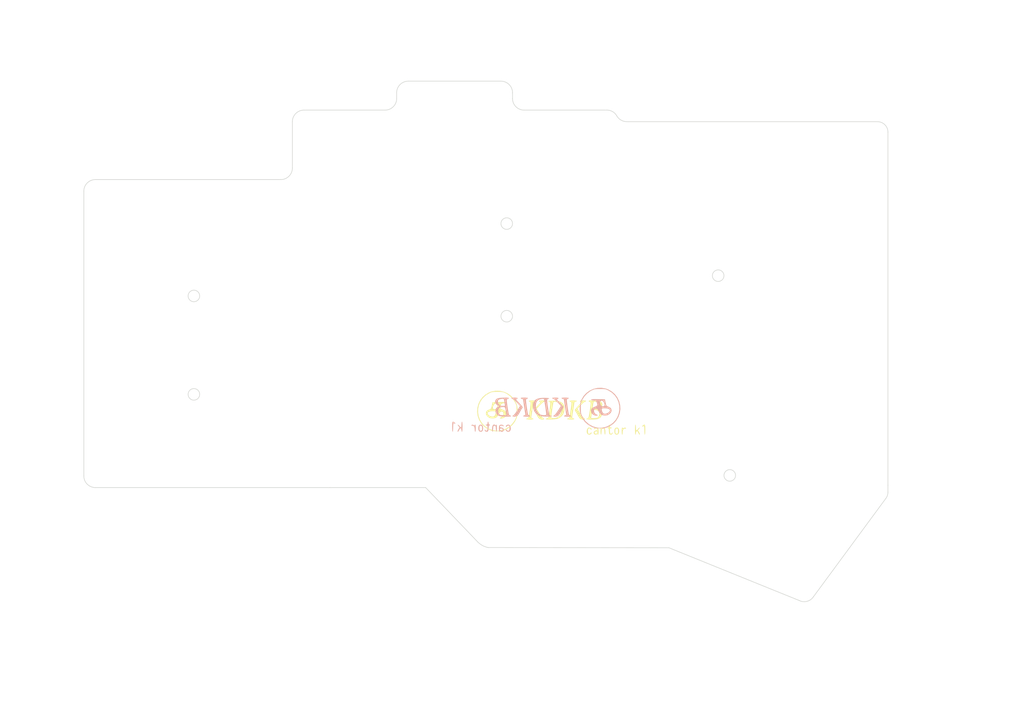
<source format=kicad_pcb>
(kicad_pcb (version 20240108) (generator "pcbnew") (generator_version "8.0")
  (title_block (rev "rev1.0"))
  (layers (0 "F.Cu" signal) (31 "B.Cu" signal) (34 "B.Paste" user) (35 "F.Paste" user) (36 "B.SilkS" user "B.Silkscreen") (37 "F.SilkS" user "F.Silkscreen") (38 "B.Mask" user) (39 "F.Mask" user) (44 "Edge.Cuts" user))
  (net 0 "")
  (net 1 "GND")
  (footprint "kdkb_tools:KBKD_cantor" (layer "F.Cu") (at 152 100.5)
    (property "Reference" "G***" (hide yes))
    (property "Value" "LOGO" (hide yes))
    (fp_poly (pts (xy 8.864859 2.27862) (xy 8.903217 2.469849) (xy 8.917941 2.800609) (xy 8.919732 3.090333) (xy 8.912017 3.497257) (xy 8.890334 3.793288) (xy 8.856875 3.955479) (xy 8.834782 3.979333) (xy 8.794078 3.899407) (xy 8.765042 3.678158) (xy 8.750773 3.343383) (xy 8.749832 3.217333) (xy 8.737644 2.79723) (xy 8.700636 2.542629) (xy 8.638141 2.451418) (xy 8.549494 2.521486) (xy 8.536601 2.541381) (xy 8.430366 2.586195) (xy 8.392607 2.571599) (xy 8.382109 2.487157) (xy 8.504665 2.360434) (xy 8.675914 2.24208) (xy 8.792535 2.208753)) (fill solid) (layer "F.SilkS"))
    (fp_poly (pts (xy 5.006318 2.747643) (xy 5.033621 2.815167) (xy 5.090963 2.875216) (xy 5.20945 2.80575) (xy 5.209518 2.805694) (xy 5.371521 2.738154) (xy 5.527737 2.759346) (xy 5.60594 2.857433) (xy 5.606689 2.870782) (xy 5.534073 2.925681) (xy 5.37906 2.936939) (xy 5.207842 2.96892) (xy 5.097812 3.108108) (xy 5.038223 3.376222) (xy 5.020508 3.661833) (xy 4.995028 3.866052) (xy 4.942478 3.974172) (xy 4.92709 3.979333) (xy 4.884286 3.900541) (xy 4.854451 3.687255) (xy 4.84222 3.374111) (xy 4.84214 3.344333) (xy 4.855428 3.009995) (xy 4.891255 2.787949) (xy 4.943569 2.694923)) (fill solid) (layer "F.SilkS"))
    (fp_poly (pts (xy -0.585696 2.757403) (xy -0.411538 2.872303) (xy -0.3398 3.008645) (xy -0.383371 3.120438) (xy -0.47498 3.103029) (xy -0.542706 2.999728) (xy -0.661783 2.900416) (xy -0.785406 2.893895) (xy -0.900208 2.929972) (xy -0.957234 3.026104) (xy -0.975872 3.227895) (xy -0.976923 3.344333) (xy -0.967953 3.599364) (xy -0.928113 3.731052) (xy -0.838016 3.785002) (xy -0.785406 3.794771) (xy -0.606213 3.764019) (xy -0.542706 3.688938) (xy -0.454601 3.571358) (xy -0.368233 3.580946) (xy -0.3398 3.680021) (xy -0.412965 3.817778) (xy -0.58785 3.932201) (xy -0.795371 3.979333) (xy -0.954879 3.92334) (xy -1.055805 3.846286) (xy -1.171065 3.63967) (xy -1.201032 3.375176) (xy -1.157063 3.102375) (xy -1.050513 2.870839) (xy -0.892737 2.730142) (xy -0.795371 2.709333)) (fill solid) (layer "F.SilkS"))
    (fp_poly (pts (xy 1.81315 2.743758) (xy 1.942824 2.921018) (xy 2.021735 3.215916) (xy 2.038796 3.477381) (xy 2.022478 3.795406) (xy 1.982365 3.950104) (xy 1.931719 3.943404) (xy 1.883801 3.777234) (xy 1.851874 3.453524) (xy 1.851712 3.450167) (xy 1.833298 3.161194) (xy 1.801504 3.002612) (xy 1.738863 2.935529) (xy 1.627906 2.921052) (xy 1.614047 2.921) (xy 1.497523 2.932468) (xy 1.430994 2.992803) (xy 1.396993 3.140896) (xy 1.378052 3.415641) (xy 1.376381 3.450167) (xy 1.346743 3.777599) (xy 1.303641 3.942891) (xy 1.256949 3.951628) (xy 1.216544 3.809398) (xy 1.192302 3.521788) (xy 1.189297 3.344333) (xy 1.199838 3.024373) (xy 1.228371 2.801359) (xy 1.270263 2.709927) (xy 1.274247 2.709333) (xy 1.35392 2.775769) (xy 1.359197 2.810933) (xy 1.384271 2.869838) (xy 1.461137 2.810933) (xy 1.647619 2.701331)) (fill solid) (layer "F.SilkS"))
    (fp_poly (pts (xy 4.218305 2.783883) (xy 4.363658 2.996182) (xy 4.417313 3.329206) (xy 4.417391 3.344333) (xy 4.367525 3.6817) (xy 4.225519 3.899003) (xy 4.00276 3.979217) (xy 3.992642 3.979333) (xy 3.80571 3.922071) (xy 3.701385 3.846286) (xy 3.607188 3.6587) (xy 3.594423 3.564332) (xy 3.749823 3.564332) (xy 3.810572 3.741415) (xy 3.945371 3.799177) (xy 4.0135 3.794771) (xy 4.128301 3.758694) (xy 4.185327 3.662562) (xy 4.203965 3.460771) (xy 4.205016 3.344333) (xy 4.198131 3.093089) (xy 4.162991 2.967749) (xy 4.077873 2.92501) (xy 3.992642 2.921) (xy 3.851308 2.943544) (xy 3.782691 3.043016) (xy 3.753369 3.247403) (xy 3.749823 3.564332) (xy 3.594423 3.564332) (xy 3.568127 3.369938) (xy 3.567893 3.344333) (xy 3.617759 3.006966) (xy 3.759765 2.789664) (xy 3.982524 2.70945) (xy 3.992642 2.709333)) (fill solid) (layer "F.SilkS"))
    (fp_poly (pts (xy 7.265985 2.278453) (xy 7.296662 2.479916) (xy 7.305685 2.709333) (xy 7.317615 2.97725) (xy 7.348621 3.161325) (xy 7.384478 3.217333) (xy 7.48197 3.156283) (xy 7.628941 3.003952) (xy 7.677314 2.944748) (xy 7.823054 2.789276) (xy 7.93146 2.726722) (xy 7.952814 2.733416) (xy 7.94368 2.829169) (xy 7.839003 2.980247) (xy 7.824817 2.99566) (xy 7.635363 3.196652) (xy 7.810006 3.482159) (xy 7.922871 3.691741) (xy 7.982293 3.850962) (xy 7.984966 3.8735) (xy 7.955581 3.975191) (xy 7.876366 3.932952) (xy 7.762339 3.759366) (xy 7.700629 3.635203) (xy 7.591417 3.429116) (xy 7.506233 3.359182) (xy 7.424542 3.393754) (xy 7.336822 3.545982) (xy 7.305685 3.7357) (xy 7.280117 3.909509) (xy 7.220735 3.979333) (xy 7.181851 3.898595) (xy 7.153564 3.671677) (xy 7.138065 3.321529) (xy 7.135786 3.090333) (xy 7.143501 2.683409) (xy 7.165184 2.387378) (xy 7.198643 2.225188) (xy 7.220735 2.201333)) (fill solid) (layer "F.SilkS"))
    (fp_poly (pts (xy 2.77804 2.274906) (xy 2.803338 2.452173) (xy 2.803344 2.455333) (xy 2.830044 2.641253) (xy 2.929386 2.706713) (xy 2.973244 2.709333) (xy 3.111285 2.744789) (xy 3.143144 2.794) (xy 3.071994 2.86279) (xy 2.973244 2.878667) (xy 2.871586 2.90081) (xy 2.820733 2.994916) (xy 2.80413 3.202498) (xy 2.803344 3.304657) (xy 2.834197 3.604636) (xy 2.918009 3.773202) (xy 3.041657 3.797773) (xy 3.186998 3.672452) (xy 3.277733 3.573201) (xy 3.308693 3.613044) (xy 3.310341 3.6449) (xy 3.240735 3.838856) (xy 3.067689 3.963452) (xy 2.973244 3.979333) (xy 2.794872 3.922847) (xy 2.735384 3.877733) (xy 2.677408 3.739771) (xy 2.640481 3.497823) (xy 2.633445 3.3274) (xy 2.621202 3.052361) (xy 2.578456 2.913497) (xy 2.50602 2.878667) (xy 2.392971 2.832949) (xy 2.378595 2.794) (xy 2.447401 2.718885) (xy 2.50602 2.709333) (xy 2.607183 2.633605) (xy 2.633445 2.455333) (xy 2.658051 2.276991) (xy 2.717337 2.201353) (xy 2.718394 2.201333)) (fill solid) (layer "F.SilkS"))
    (fp_poly (pts (xy -10.224754 -1.939457) (xy -10.028218 -1.913349) (xy -9.958177 -1.865295) (xy -9.959943 -1.8415) (xy -10.062988 -1.745486) (xy -10.179397 -1.708612) (xy -10.326172 -1.6647) (xy -10.365851 -1.623945) (xy -10.378738 -1.524413) (xy -10.412991 -1.287668) (xy -10.464146 -0.943862) (xy -10.527736 -0.523144) (xy -10.566667 -0.268103) (xy -10.765512 1.030128) (xy -10.564696 1.121321) (xy -10.397776 1.219349) (xy -10.392128 1.289989) (xy -10.549864 1.33437) (xy -10.873094 1.353622) (xy -11.001004 1.354667) (xy -11.314253 1.344428) (xy -11.538844 1.317023) (xy -11.6367 1.277413) (xy -11.638127 1.271613) (xy -11.566279 1.190346) (xy -11.435352 1.137835) (xy -11.342753 1.101627) (xy -11.274522 1.026489) (xy -11.219314 0.881184) (xy -11.165786 0.634472) (xy -11.102594 0.255115) (xy -11.093306 0.195889) (xy -11.028041 -0.23758) (xy -10.967376 -0.668286) (xy -10.92019 -1.031944) (xy -10.903036 -1.181651) (xy -10.879801 -1.45799) (xy -10.891242 -1.610785) (xy -10.948079 -1.684135) (xy -11.032707 -1.715058) (xy -11.176231 -1.788982) (xy -11.213378 -1.85474) (xy -11.131394 -1.906513) (xy -10.895352 -1.938038) (xy -10.569175 -1.947333)) (fill solid) (layer "F.SilkS"))
    (fp_poly (pts (xy -3.173918 -1.939457) (xy -2.977382 -1.913349) (xy -2.907341 -1.865295) (xy -2.909107 -1.8415) (xy -3.012152 -1.745486) (xy -3.128561 -1.708612) (xy -3.275335 -1.6647) (xy -3.315015 -1.623945) (xy -3.327902 -1.524413) (xy -3.362155 -1.287668) (xy -3.41331 -0.943862) (xy -3.4769 -0.523144) (xy -3.515831 -0.268103) (xy -3.714676 1.030128) (xy -3.51386 1.121321) (xy -3.34694 1.219349) (xy -3.341292 1.289989) (xy -3.499028 1.33437) (xy -3.822258 1.353622) (xy -3.950168 1.354667) (xy -4.263417 1.344428) (xy -4.488008 1.317023) (xy -4.585864 1.277413) (xy -4.587291 1.271613) (xy -4.515443 1.190346) (xy -4.384516 1.137835) (xy -4.291917 1.101627) (xy -4.223686 1.026489) (xy -4.168478 0.881184) (xy -4.11495 0.634472) (xy -4.051758 0.255115) (xy -4.04247 0.195889) (xy -3.977205 -0.23758) (xy -3.91654 -0.668286) (xy -3.869354 -1.031944) (xy -3.8522 -1.181651) (xy -3.828965 -1.45799) (xy -3.840406 -1.610785) (xy -3.897243 -1.684135) (xy -3.981871 -1.715058) (xy -4.125395 -1.788982) (xy -4.162542 -1.85474) (xy -4.080558 -1.906513) (xy -3.844516 -1.938038) (xy -3.518339 -1.947333)) (fill solid) (layer "F.SilkS"))
    (fp_poly (pts (xy 0.602851 2.757479) (xy 0.685183 2.796979) (xy 0.77721 2.874874) (xy 0.827579 3.013011) (xy 0.847478 3.254619) (xy 0.849498 3.431979) (xy 0.837436 3.718384) (xy 0.805514 3.914341) (xy 0.764548 3.979333) (xy 0.684875 3.912897) (xy 0.679598 3.877733) (xy 0.654524 3.818829) (xy 0.577659 3.877733) (xy 0.410819 3.968701) (xy 0.339799 3.979333) (xy 0.161428 3.922847) (xy 0.101939 3.877733) (xy -0.004801 3.678667) (xy 0.012477 3.573795) (xy 0.181878 3.573795) (xy 0.204467 3.692993) (xy 0.313143 3.794017) (xy 0.471297 3.78916) (xy 0.611496 3.695407) (xy 0.664269 3.577167) (xy 0.652189 3.433824) (xy 0.528659 3.387998) (xy 0.478146 3.386667) (xy 0.262286 3.43599) (xy 0.181878 3.573795) (xy 0.012477 3.573795) (xy 0.028496 3.476566) (xy 0.177524 3.311346) (xy 0.417976 3.222919) (xy 0.504114 3.217333) (xy 0.644683 3.161755) (xy 0.673538 3.041199) (xy 0.582514 2.924935) (xy 0.540921 2.90498) (xy 0.362885 2.9043) (xy 0.235324 2.955837) (xy 0.07269 3.018594) (xy 0.007387 2.979407) (xy 0.070029 2.872601) (xy 0.122557 2.829411) (xy 0.359887 2.718811)) (fill solid) (layer "F.SilkS"))
    (fp_poly (pts (xy -8.55374 -1.937724) (xy -8.385344 -1.90608) (xy -8.344077 -1.848181) (xy -8.345896 -1.8415) (xy -8.449039 -1.745008) (xy -8.562523 -1.708981) (xy -8.697623 -1.637437) (xy -8.90855 -1.467849) (xy -9.159882 -1.230153) (xy -9.292373 -1.092168) (xy -9.840568 -0.502041) (xy -9.464095 0.108813) (xy -9.186911 0.533198) (xy -8.937407 0.86636) (xy -8.7313 1.089422) (xy -8.584308 1.183508) (xy -8.567719 1.185333) (xy -8.523708 1.237628) (xy -8.537458 1.27) (xy -8.669596 1.342759) (xy -8.894109 1.357705) (xy -9.146003 1.320843) (xy -9.36028 1.238181) (xy -9.426962 1.187794) (xy -9.553214 1.024636) (xy -9.713147 0.768162) (xy -9.847995 0.520212) (xy -10.000956 0.238272) (xy -10.146161 0.003827) (xy -10.240059 -0.118497) (xy -10.301632 -0.1988) (xy -10.301185 -0.288232) (xy -10.223179 -0.420908) (xy -10.052071 -0.630941) (xy -9.955971 -0.742082) (xy -9.723627 -1.003185) (xy -9.510571 -1.232501) (xy -9.360648 -1.382914) (xy -9.354001 -1.388956) (xy -9.202943 -1.559342) (xy -9.195341 -1.663983) (xy -9.302007 -1.693333) (xy -9.414631 -1.761106) (xy -9.429432 -1.820333) (xy -9.392908 -1.89118) (xy -9.26225 -1.930762) (xy -9.00583 -1.946263) (xy -8.870179 -1.947333)) (fill solid) (layer "F.SilkS"))
    (fp_poly (pts (xy -1.502904 -1.937724) (xy -1.334508 -1.90608) (xy -1.293241 -1.848181) (xy -1.29506 -1.8415) (xy -1.398203 -1.745008) (xy -1.511687 -1.708981) (xy -1.646787 -1.637437) (xy -1.857714 -1.467849) (xy -2.109046 -1.230153) (xy -2.241537 -1.092168) (xy -2.789732 -0.502041) (xy -2.413259 0.108813) (xy -2.136075 0.533198) (xy -1.886571 0.86636) (xy -1.680464 1.089422) (xy -1.533472 1.183508) (xy -1.516883 1.185333) (xy -1.472872 1.237628) (xy -1.486622 1.27) (xy -1.61876 1.342759) (xy -1.843273 1.357705) (xy -2.095166 1.320843) (xy -2.309444 1.238181) (xy -2.376126 1.187794) (xy -2.502378 1.024636) (xy -2.662311 0.768162) (xy -2.797159 0.520212) (xy -2.95012 0.238272) (xy -3.095324 0.003827) (xy -3.189223 -0.118497) (xy -3.250795 -0.1988) (xy -3.250349 -0.288232) (xy -3.172343 -0.420908) (xy -3.001235 -0.630941) (xy -2.905134 -0.742082) (xy -2.672791 -1.003185) (xy -2.459735 -1.232501) (xy -2.309812 -1.382914) (xy -2.303165 -1.388956) (xy -2.152107 -1.559342) (xy -2.144505 -1.663983) (xy -2.251171 -1.693333) (xy -2.363795 -1.761106) (xy -2.378596 -1.820333) (xy -2.342072 -1.89118) (xy -2.211414 -1.930762) (xy -1.954994 -1.946263) (xy -1.819343 -1.947333)) (fill solid) (layer "F.SilkS"))
    (fp_poly (pts (xy -6.287453 -1.86383) (xy -5.795441 -1.75184) (xy -5.435128 -1.557702) (xy -5.194264 -1.273654) (xy -5.060602 -0.891935) (xy -5.033827 -0.704192) (xy -5.051393 -0.128313) (xy -5.216794 0.374978) (xy -5.523281 0.792657) (xy -5.964108 1.111697) (xy -5.978412 1.119132) (xy -6.187643 1.207491) (xy -6.437314 1.268274) (xy -6.769315 1.308542) (xy -7.225536 1.335354) (xy -7.273097 1.337307) (xy -7.738882 1.34772) (xy -8.067364 1.336957) (xy -8.245487 1.305675) (xy -8.271999 1.28711) (xy -8.239998 1.209895) (xy -8.079992 1.145191) (xy -8.070976 1.143162) (xy -7.892207 1.087848) (xy -7.814577 1.031792) (xy -7.814485 1.030439) (xy -7.801857 0.929864) (xy -7.796625 0.893644) (xy -7.305686 0.893644) (xy -7.290318 1.018799) (xy -7.214685 1.079823) (xy -7.034494 1.099368) (xy -6.900849 1.100667) (xy -6.559223 1.062713) (xy -6.247945 0.96622) (xy -6.204302 0.944742) (xy -5.896908 0.686633) (xy -5.677054 0.296771) (xy -5.554042 -0.206289) (xy -5.53671 -0.387208) (xy -5.556415 -0.883404) (xy -5.688602 -1.256406) (xy -5.935603 -1.511944) (xy -6.012712 -1.556682) (xy -6.224981 -1.635072) (xy -6.483973 -1.691116) (xy -6.726982 -1.71589) (xy -6.8913 -1.700471) (xy -6.917219 -1.685395) (xy -6.945424 -1.589262) (xy -6.989992 -1.36115) (xy -7.045507 -1.037014) (xy -7.106553 -0.652813) (xy -7.167715 -0.244501) (xy -7.223576 0.151963) (xy -7.26872 0.500624) (xy -7.297731 0.765524) (xy -7.305686 0.893644) (xy -7.796625 0.893644) (xy -7.767959 0.695175) (xy -7.717704 0.359569) (xy -7.656005 -0.043759) (xy -7.644585 -0.117615) (xy -7.561875 -0.664784) (xy -7.508108 -1.067688) (xy -7.483598 -1.348976) (xy -7.488661 -1.531295) (xy -7.523612 -1.637293) (xy -7.588766 -1.689617) (xy -7.666723 -1.708612) (xy -7.798214 -1.760027) (xy -7.815385 -1.820333) (xy -7.715723 -1.857366) (xy -7.480338 -1.884873) (xy -7.143285 -1.899758) (xy -6.923412 -1.90143)) (fill solid) (layer "F.SilkS"))
    (fp_poly (pts (xy -16.150132 -3.60915) (xy -15.456788 -3.441349) (xy -14.811713 -3.142841) (xy -14.237701 -2.725675) (xy -13.75755 -2.2019) (xy -13.394056 -1.583568) (xy -13.253496 -1.212001) (xy -13.098208 -0.449206) (xy -13.100688 0.297503) (xy -13.252837 1.00865) (xy -13.546554 1.664756) (xy -13.97374 2.246347) (xy -14.526296 2.733944) (xy -15.015471 3.024941) (xy -15.330509 3.174173) (xy -15.582348 3.269601) (xy -15.830291 3.324739) (xy -16.133639 3.353104) (xy -16.517782 3.367308) (xy -16.938273 3.373007) (xy -17.243986 3.358465) (xy -17.489558 3.316236) (xy -17.729624 3.238875) (xy -17.867926 3.183333) (xy -18.477974 2.880631) (xy -18.964205 2.523986) (xy -19.371417 2.080265) (xy -19.387175 2.059603) (xy -19.778512 1.414727) (xy -20.018642 0.732603) (xy -20.09908 0.144878) (xy -19.942594 0.144878) (xy -19.836749 0.777956) (xy -19.615949 1.381634) (xy -19.282271 1.936342) (xy -18.837794 2.422509) (xy -18.284596 2.820563) (xy -17.624754 3.110934) (xy -17.372241 3.182703) (xy -16.894535 3.27394) (xy -16.466938 3.284489) (xy -15.992271 3.216091) (xy -15.953513 3.20813) (xy -15.27133 2.982784) (xy -14.640511 2.614196) (xy -14.092641 2.127305) (xy -13.659305 1.547049) (xy -13.522319 1.288463) (xy -13.419169 1.051652) (xy -13.352649 0.836476) (xy -13.31494 0.594307) (xy -13.298219 0.276517) (xy -13.294649 -0.127) (xy -13.298258 -0.551261) (xy -13.314705 -0.854852) (xy -13.352419 -1.086379) (xy -13.419831 -1.294448) (xy -13.525371 -1.527666) (xy -13.54428 -1.566333) (xy -13.900233 -2.126343) (xy -14.376478 -2.636779) (xy -14.92341 -3.048199) (xy -15.163545 -3.180201) (xy -15.405225 -3.291578) (xy -15.614622 -3.363739) (xy -15.840505 -3.405087) (xy -16.131644 -3.424023) (xy -16.536807 -3.42895) (xy -16.607693 -3.429) (xy -17.031172 -3.425629) (xy -17.333046 -3.40984) (xy -17.561563 -3.37312) (xy -17.764971 -3.306956) (xy -17.991519 -3.202835) (xy -18.047245 -3.175) (xy -18.674766 -2.776517) (xy -19.174865 -2.290007) (xy -19.54962 -1.735042) (xy -19.801107 -1.131192) (xy -19.931406 -0.498028) (xy -19.942594 0.144878) (xy -20.09908 0.144878) (xy -20.114261 0.033961) (xy -20.072063 -0.660469) (xy -19.898741 -1.329956) (xy -19.600992 -1.953769) (xy -19.185508 -2.511177) (xy -18.658984 -2.981451) (xy -18.028114 -3.34386) (xy -17.590435 -3.504428) (xy -16.868946 -3.634192)) (fill solid) (layer "F.SilkS"))
    (fp_poly (pts (xy -0.329481 -1.94509) (xy 0.076618 -1.931054) (xy 0.558997 -1.90237) (xy 0.899839 -1.859555) (xy 1.127226 -1.798162) (xy 1.222092 -1.749774) (xy 1.437353 -1.524733) (xy 1.511697 -1.250857) (xy 1.449182 -0.967607) (xy 1.253864 -0.714447) (xy 1.104913 -0.609912) (xy 0.910236 -0.475806) (xy 0.856338 -0.38098) (xy 0.949825 -0.339437) (xy 0.976923 -0.338667) (xy 1.186793 -0.261324) (xy 1.348502 -0.055742) (xy 1.435873 0.238409) (xy 1.444147 0.369454) (xy 1.367984 0.743052) (xy 1.146825 1.036436) (xy 0.791666 1.236492) (xy 0.690349 1.268434) (xy 0.472711 1.307188) (xy 0.168639 1.334161) (xy -0.18215 1.34929) (xy -0.539942 1.352511) (xy -0.865021 1.343758) (xy -1.117673 1.322968) (xy -1.258183 1.290076) (xy -1.274248 1.271613) (xy -1.202409 1.190306) (xy -1.071839 1.137927) (xy -0.989363 1.106927) (xy -0.983102 1.100667) (xy -0.43516 1.100667) (xy 0.030322 1.100667) (xy 0.317456 1.09141) (xy 0.548246 1.067691) (xy 0.633317 1.048073) (xy 0.810994 0.900428) (xy 0.938798 0.647609) (xy 0.991425 0.351995) (xy 0.979382 0.194954) (xy 0.900497 -0.029195) (xy 0.733866 -0.171243) (xy 0.623449 -0.222818) (xy 0.346977 -0.301249) (xy 0.078342 -0.323772) (xy 0.058414 -0.322224) (xy -0.068474 -0.301638) (xy -0.158592 -0.24982) (xy -0.224351 -0.137754) (xy -0.278164 0.063581) (xy -0.332442 0.383202) (xy -0.378159 0.6985) (xy -0.43516 1.100667) (xy -0.983102 1.100667) (xy -0.92569 1.043262) (xy -0.872228 0.919844) (xy -0.820386 0.709582) (xy -0.761574 0.385384) (xy -0.688705 -0.070186) (xy -0.621932 -0.508) (xy -0.189191 -0.508) (xy 0.20659 -0.508) (xy 0.504915 -0.534636) (xy 0.714754 -0.631831) (xy 0.810884 -0.715818) (xy 0.986993 -0.996471) (xy 1.019398 -1.220839) (xy 0.992875 -1.433411) (xy 0.891596 -1.572192) (xy 0.68299 -1.662327) (xy 0.36777 -1.723986) (xy 0.196826 -1.747757) (xy 0.082848 -1.73801) (xy 0.008579 -1.666745) (xy -0.043241 -1.505964) (xy -0.089869 -1.227666) (xy -0.133853 -0.910167) (xy -0.189191 -0.508) (xy -0.621932 -0.508) (xy -0.603124 -0.631323) (xy -0.546466 -1.047025) (xy -0.518609 -1.338695) (xy -0.519435 -1.527739) (xy -0.548824 -1.635562) (xy -0.606654 -1.683568) (xy -0.679599 -1.693333) (xy -0.821333 -1.750731) (xy -0.849499 -1.831209) (xy -0.831297 -1.891487) (xy -0.757627 -1.928504) (xy -0.599888 -1.945344)) (fill solid) (layer "F.SilkS"))
    (fp_poly (pts (xy -15.40021 -1.677276) (xy -15.184176 -1.661823) (xy -15.076308 -1.6332) (xy -15.056105 -1.589938) (xy -15.056126 -1.589873) (xy -15.157998 -1.518042) (xy -15.378695 -1.467073) (xy -15.495136 -1.455601) (xy -15.747326 -1.427624) (xy -15.89006 -1.361783) (xy -15.983773 -1.221793) (xy -16.019432 -1.140821) (xy -16.125535 -0.8376) (xy -16.124662 -0.637618) (xy -16.000954 -0.50119) (xy -15.73855 -0.388633) (xy -15.715765 -0.381015) (xy -15.331486 -0.197167) (xy -15.104545 0.045815) (xy -15.036763 0.344243) (xy -15.129963 0.69443) (xy -15.157175 0.749721) (xy -15.379982 1.004328) (xy -15.710389 1.15421) (xy -15.974566 1.185333) (xy -16.172718 1.161073) (xy -16.209576 1.096936) (xy -16.085263 1.005887) (xy -15.97243 0.95795) (xy -15.755849 0.815438) (xy -15.617177 0.607278) (xy -15.559988 0.375483) (xy -15.587856 0.162065) (xy -15.704355 0.009036) (xy -15.887329 -0.042333) (xy -16.037077 -0.005221) (xy -16.173692 0.128296) (xy -16.318611 0.366031) (xy -16.536724 0.729652) (xy -16.739597 0.961699) (xy -16.964132 1.091762) (xy -17.247237 1.149427) (xy -17.30144 1.153985) (xy -17.594614 1.153739) (xy -17.850934 1.118106) (xy -17.924415 1.095048) (xy -18.22553 0.915037) (xy -18.461034 0.673579) (xy -18.590743 0.41666) (xy -18.604014 0.31726) (xy -18.584222 0.180163) (xy -18.298506 0.180163) (xy -18.291245 0.368853) (xy -18.273387 0.406251) (xy -18.08946 0.613302) (xy -17.82178 0.764776) (xy -17.529177 0.840201) (xy -17.270484 0.819109) (xy -17.193821 0.78187) (xy -17.041808 0.603516) (xy -16.934211 0.339566) (xy -16.905017 0.132566) (xy -16.914266 0.015055) (xy -16.967839 -0.049967) (xy -17.104477 -0.078005) (xy -17.36292 -0.084566) (xy -17.44778 -0.084667) (xy -17.865869 -0.05308) (xy -18.153079 0.037357) (xy -18.298506 0.180163) (xy -18.584222 0.180163) (xy -18.561523 0.022936) (xy -18.414102 -0.185037) (xy -18.131829 -0.345049) (xy -18.068123 -0.370302) (xy -17.869415 -0.452697) (xy -17.747884 -0.541837) (xy -17.717717 -0.59801) (xy -17.382162 -0.59801) (xy -17.317609 -0.49872) (xy -17.06923 -0.428341) (xy -16.834685 -0.511086) (xy -16.790602 -0.549463) (xy -16.682311 -0.720899) (xy -16.604584 -0.945441) (xy -16.586131 -1.164046) (xy -16.665924 -1.301084) (xy -16.698828 -1.327311) (xy -16.864753 -1.423417) (xy -16.99403 -1.402924) (xy -17.152329 -1.258559) (xy -17.300454 -1.039782) (xy -17.381101 -0.801044) (xy -17.382162 -0.59801) (xy -17.717717 -0.59801) (xy -17.671675 -0.683745) (xy -17.608934 -0.924447) (xy -17.575655 -1.08183) (xy -17.457191 -1.651) (xy -16.238783 -1.674539) (xy -15.744911 -1.681025)) (fill solid) (layer "F.SilkS"))
  )
  (footprint "kdkb_tools:KBKD_cantor" (layer "B.Cu") (at 136.5 100 180)
    (property "Reference" "G***" (hide yes))
    (property "Value" "LOGO" (hide yes))
    (fp_poly (pts (xy 8.864859 -2.27862) (xy 8.903217 -2.469849) (xy 8.917941 -2.800609) (xy 8.919732 -3.090333) (xy 8.912017 -3.497257) (xy 8.890334 -3.793288) (xy 8.856875 -3.955479) (xy 8.834782 -3.979333) (xy 8.794078 -3.899407) (xy 8.765042 -3.678158) (xy 8.750773 -3.343383) (xy 8.749832 -3.217333) (xy 8.737644 -2.79723) (xy 8.700636 -2.542629) (xy 8.638141 -2.451418) (xy 8.549494 -2.521486) (xy 8.536601 -2.541381) (xy 8.430366 -2.586195) (xy 8.392607 -2.571599) (xy 8.382109 -2.487157) (xy 8.504665 -2.360434) (xy 8.675914 -2.24208) (xy 8.792535 -2.208753)) (fill solid) (layer "B.SilkS"))
    (fp_poly (pts (xy 5.006318 -2.747643) (xy 5.033621 -2.815167) (xy 5.090963 -2.875216) (xy 5.20945 -2.80575) (xy 5.209518 -2.805694) (xy 5.371521 -2.738154) (xy 5.527737 -2.759346) (xy 5.60594 -2.857433) (xy 5.606689 -2.870782) (xy 5.534073 -2.925681) (xy 5.37906 -2.936939) (xy 5.207842 -2.96892) (xy 5.097812 -3.108108) (xy 5.038223 -3.376222) (xy 5.020508 -3.661833) (xy 4.995028 -3.866052) (xy 4.942478 -3.974172) (xy 4.92709 -3.979333) (xy 4.884286 -3.900541) (xy 4.854451 -3.687255) (xy 4.84222 -3.374111) (xy 4.84214 -3.344333) (xy 4.855428 -3.009995) (xy 4.891255 -2.787949) (xy 4.943569 -2.694923)) (fill solid) (layer "B.SilkS"))
    (fp_poly (pts (xy -0.585696 -2.757403) (xy -0.411538 -2.872303) (xy -0.3398 -3.008645) (xy -0.383371 -3.120438) (xy -0.47498 -3.103029) (xy -0.542706 -2.999728) (xy -0.661783 -2.900416) (xy -0.785406 -2.893895) (xy -0.900208 -2.929972) (xy -0.957234 -3.026104) (xy -0.975872 -3.227895) (xy -0.976923 -3.344333) (xy -0.967953 -3.599364) (xy -0.928113 -3.731052) (xy -0.838016 -3.785002) (xy -0.785406 -3.794771) (xy -0.606213 -3.764019) (xy -0.542706 -3.688938) (xy -0.454601 -3.571358) (xy -0.368233 -3.580946) (xy -0.3398 -3.680021) (xy -0.412965 -3.817778) (xy -0.58785 -3.932201) (xy -0.795371 -3.979333) (xy -0.954879 -3.92334) (xy -1.055805 -3.846286) (xy -1.171065 -3.63967) (xy -1.201032 -3.375176) (xy -1.157063 -3.102375) (xy -1.050513 -2.870839) (xy -0.892737 -2.730142) (xy -0.795371 -2.709333)) (fill solid) (layer "B.SilkS"))
    (fp_poly (pts (xy 4.218305 -2.783883) (xy 4.363658 -2.996182) (xy 4.417313 -3.329206) (xy 4.417391 -3.344333) (xy 4.367525 -3.6817) (xy 4.225519 -3.899003) (xy 4.00276 -3.979217) (xy 3.992642 -3.979333) (xy 3.80571 -3.922071) (xy 3.701385 -3.846286) (xy 3.607188 -3.6587) (xy 3.594423 -3.564332) (xy 3.749823 -3.564332) (xy 3.810572 -3.741415) (xy 3.945371 -3.799177) (xy 4.0135 -3.794771) (xy 4.128301 -3.758694) (xy 4.185327 -3.662562) (xy 4.203965 -3.460771) (xy 4.205016 -3.344333) (xy 4.198131 -3.093089) (xy 4.162991 -2.967749) (xy 4.077873 -2.92501) (xy 3.992642 -2.921) (xy 3.851308 -2.943544) (xy 3.782691 -3.043016) (xy 3.753369 -3.247403) (xy 3.749823 -3.564332) (xy 3.594423 -3.564332) (xy 3.568127 -3.369938) (xy 3.567893 -3.344333) (xy 3.617759 -3.006966) (xy 3.759765 -2.789664) (xy 3.982524 -2.70945) (xy 3.992642 -2.709333)) (fill solid) (layer "B.SilkS"))
    (fp_poly (pts (xy 1.81315 -2.743758) (xy 1.942824 -2.921018) (xy 2.021735 -3.215916) (xy 2.038796 -3.477381) (xy 2.022478 -3.795406) (xy 1.982365 -3.950104) (xy 1.931719 -3.943404) (xy 1.883801 -3.777234) (xy 1.851874 -3.453524) (xy 1.851712 -3.450167) (xy 1.833298 -3.161194) (xy 1.801504 -3.002612) (xy 1.738863 -2.935529) (xy 1.627906 -2.921052) (xy 1.614047 -2.921) (xy 1.497523 -2.932468) (xy 1.430994 -2.992803) (xy 1.396993 -3.140896) (xy 1.378052 -3.415641) (xy 1.376381 -3.450167) (xy 1.346743 -3.777599) (xy 1.303641 -3.942891) (xy 1.256949 -3.951628) (xy 1.216544 -3.809398) (xy 1.192302 -3.521788) (xy 1.189297 -3.344333) (xy 1.199838 -3.024373) (xy 1.228371 -2.801359) (xy 1.270263 -2.709927) (xy 1.274247 -2.709333) (xy 1.35392 -2.775769) (xy 1.359197 -2.810933) (xy 1.384271 -2.869838) (xy 1.461137 -2.810933) (xy 1.647619 -2.701331)) (fill solid) (layer "B.SilkS"))
    (fp_poly (pts (xy 7.265985 -2.278453) (xy 7.296662 -2.479916) (xy 7.305685 -2.709333) (xy 7.317615 -2.97725) (xy 7.348621 -3.161325) (xy 7.384478 -3.217333) (xy 7.48197 -3.156283) (xy 7.628941 -3.003952) (xy 7.677314 -2.944748) (xy 7.823054 -2.789276) (xy 7.93146 -2.726722) (xy 7.952814 -2.733416) (xy 7.94368 -2.829169) (xy 7.839003 -2.980247) (xy 7.824817 -2.99566) (xy 7.635363 -3.196652) (xy 7.810006 -3.482159) (xy 7.922871 -3.691741) (xy 7.982293 -3.850962) (xy 7.984966 -3.8735) (xy 7.955581 -3.975191) (xy 7.876366 -3.932952) (xy 7.762339 -3.759366) (xy 7.700629 -3.635203) (xy 7.591417 -3.429116) (xy 7.506233 -3.359182) (xy 7.424542 -3.393754) (xy 7.336822 -3.545982) (xy 7.305685 -3.7357) (xy 7.280117 -3.909509) (xy 7.220735 -3.979333) (xy 7.181851 -3.898595) (xy 7.153564 -3.671677) (xy 7.138065 -3.321529) (xy 7.135786 -3.090333) (xy 7.143501 -2.683409) (xy 7.165184 -2.387378) (xy 7.198643 -2.225188) (xy 7.220735 -2.201333)) (fill solid) (layer "B.SilkS"))
    (fp_poly (pts (xy 2.77804 -2.274906) (xy 2.803338 -2.452173) (xy 2.803344 -2.455333) (xy 2.830044 -2.641253) (xy 2.929386 -2.706713) (xy 2.973244 -2.709333) (xy 3.111285 -2.744789) (xy 3.143144 -2.794) (xy 3.071994 -2.86279) (xy 2.973244 -2.878667) (xy 2.871586 -2.90081) (xy 2.820733 -2.994916) (xy 2.80413 -3.202498) (xy 2.803344 -3.304657) (xy 2.834197 -3.604636) (xy 2.918009 -3.773202) (xy 3.041657 -3.797773) (xy 3.186998 -3.672452) (xy 3.277733 -3.573201) (xy 3.308693 -3.613044) (xy 3.310341 -3.6449) (xy 3.240735 -3.838856) (xy 3.067689 -3.963452) (xy 2.973244 -3.979333) (xy 2.794872 -3.922847) (xy 2.735384 -3.877733) (xy 2.677408 -3.739771) (xy 2.640481 -3.497823) (xy 2.633445 -3.3274) (xy 2.621202 -3.052361) (xy 2.578456 -2.913497) (xy 2.50602 -2.878667) (xy 2.392971 -2.832949) (xy 2.378595 -2.794) (xy 2.447401 -2.718885) (xy 2.50602 -2.709333) (xy 2.607183 -2.633605) (xy 2.633445 -2.455333) (xy 2.658051 -2.276991) (xy 2.717337 -2.201353) (xy 2.718394 -2.201333)) (fill solid) (layer "B.SilkS"))
    (fp_poly (pts (xy -3.173918 1.939457) (xy -2.977382 1.913349) (xy -2.907341 1.865295) (xy -2.909107 1.8415) (xy -3.012152 1.745486) (xy -3.128561 1.708612) (xy -3.275335 1.6647) (xy -3.315015 1.623945) (xy -3.327902 1.524413) (xy -3.362155 1.287668) (xy -3.41331 0.943862) (xy -3.4769 0.523144) (xy -3.515831 0.268103) (xy -3.714676 -1.030128) (xy -3.51386 -1.121321) (xy -3.34694 -1.219349) (xy -3.341292 -1.289989) (xy -3.499028 -1.33437) (xy -3.822258 -1.353622) (xy -3.950168 -1.354667) (xy -4.263417 -1.344428) (xy -4.488008 -1.317023) (xy -4.585864 -1.277413) (xy -4.587291 -1.271613) (xy -4.515443 -1.190346) (xy -4.384516 -1.137835) (xy -4.291917 -1.101627) (xy -4.223686 -1.026489) (xy -4.168478 -0.881184) (xy -4.11495 -0.634472) (xy -4.051758 -0.255115) (xy -4.04247 -0.195889) (xy -3.977205 0.23758) (xy -3.91654 0.668286) (xy -3.869354 1.031944) (xy -3.8522 1.181651) (xy -3.828965 1.45799) (xy -3.840406 1.610785) (xy -3.897243 1.684135) (xy -3.981871 1.715058) (xy -4.125395 1.788982) (xy -4.162542 1.85474) (xy -4.080558 1.906513) (xy -3.844516 1.938038) (xy -3.518339 1.947333)) (fill solid) (layer "B.SilkS"))
    (fp_poly (pts (xy -10.224754 1.939457) (xy -10.028218 1.913349) (xy -9.958177 1.865295) (xy -9.959943 1.8415) (xy -10.062988 1.745486) (xy -10.179397 1.708612) (xy -10.326172 1.6647) (xy -10.365851 1.623945) (xy -10.378738 1.524413) (xy -10.412991 1.287668) (xy -10.464146 0.943862) (xy -10.527736 0.523144) (xy -10.566667 0.268103) (xy -10.765512 -1.030128) (xy -10.564696 -1.121321) (xy -10.397776 -1.219349) (xy -10.392128 -1.289989) (xy -10.549864 -1.33437) (xy -10.873094 -1.353622) (xy -11.001004 -1.354667) (xy -11.314253 -1.344428) (xy -11.538844 -1.317023) (xy -11.6367 -1.277413) (xy -11.638127 -1.271613) (xy -11.566279 -1.190346) (xy -11.435352 -1.137835) (xy -11.342753 -1.101627) (xy -11.274522 -1.026489) (xy -11.219314 -0.881184) (xy -11.165786 -0.634472) (xy -11.102594 -0.255115) (xy -11.093306 -0.195889) (xy -11.028041 0.23758) (xy -10.967376 0.668286) (xy -10.92019 1.031944) (xy -10.903036 1.181651) (xy -10.879801 1.45799) (xy -10.891242 1.610785) (xy -10.948079 1.684135) (xy -11.032707 1.715058) (xy -11.176231 1.788982) (xy -11.213378 1.85474) (xy -11.131394 1.906513) (xy -10.895352 1.938038) (xy -10.569175 1.947333)) (fill solid) (layer "B.SilkS"))
    (fp_poly (pts (xy 0.602851 -2.757479) (xy 0.685183 -2.796979) (xy 0.77721 -2.874874) (xy 0.827579 -3.013011) (xy 0.847478 -3.254619) (xy 0.849498 -3.431979) (xy 0.837436 -3.718384) (xy 0.805514 -3.914341) (xy 0.764548 -3.979333) (xy 0.684875 -3.912897) (xy 0.679598 -3.877733) (xy 0.654524 -3.818829) (xy 0.577659 -3.877733) (xy 0.410819 -3.968701) (xy 0.339799 -3.979333) (xy 0.161428 -3.922847) (xy 0.101939 -3.877733) (xy -0.004801 -3.678667) (xy 0.012477 -3.573795) (xy 0.181878 -3.573795) (xy 0.204467 -3.692993) (xy 0.313143 -3.794017) (xy 0.471297 -3.78916) (xy 0.611496 -3.695407) (xy 0.664269 -3.577167) (xy 0.652189 -3.433824) (xy 0.528659 -3.387998) (xy 0.478146 -3.386667) (xy 0.262286 -3.43599) (xy 0.181878 -3.573795) (xy 0.012477 -3.573795) (xy 0.028496 -3.476566) (xy 0.177524 -3.311346) (xy 0.417976 -3.222919) (xy 0.504114 -3.217333) (xy 0.644683 -3.161755) (xy 0.673538 -3.041199) (xy 0.582514 -2.924935) (xy 0.540921 -2.90498) (xy 0.362885 -2.9043) (xy 0.235324 -2.955837) (xy 0.07269 -3.018594) (xy 0.007387 -2.979407) (xy 0.070029 -2.872601) (xy 0.122557 -2.829411) (xy 0.359887 -2.718811)) (fill solid) (layer "B.SilkS"))
    (fp_poly (pts (xy -1.502904 1.937724) (xy -1.334508 1.90608) (xy -1.293241 1.848181) (xy -1.29506 1.8415) (xy -1.398203 1.745008) (xy -1.511687 1.708981) (xy -1.646787 1.637437) (xy -1.857714 1.467849) (xy -2.109046 1.230153) (xy -2.241537 1.092168) (xy -2.789732 0.502041) (xy -2.413259 -0.108813) (xy -2.136075 -0.533198) (xy -1.886571 -0.86636) (xy -1.680464 -1.089422) (xy -1.533472 -1.183508) (xy -1.516883 -1.185333) (xy -1.472872 -1.237628) (xy -1.486622 -1.27) (xy -1.61876 -1.342759) (xy -1.843273 -1.357705) (xy -2.095166 -1.320843) (xy -2.309444 -1.238181) (xy -2.376126 -1.187794) (xy -2.502378 -1.024636) (xy -2.662311 -0.768162) (xy -2.797159 -0.520212) (xy -2.95012 -0.238272) (xy -3.095324 -0.003827) (xy -3.189223 0.118497) (xy -3.250795 0.1988) (xy -3.250349 0.288232) (xy -3.172343 0.420908) (xy -3.001235 0.630941) (xy -2.905134 0.742082) (xy -2.672791 1.003185) (xy -2.459735 1.232501) (xy -2.309812 1.382914) (xy -2.303165 1.388956) (xy -2.152107 1.559342) (xy -2.144505 1.663983) (xy -2.251171 1.693333) (xy -2.363795 1.761106) (xy -2.378596 1.820333) (xy -2.342072 1.89118) (xy -2.211414 1.930762) (xy -1.954994 1.946263) (xy -1.819343 1.947333)) (fill solid) (layer "B.SilkS"))
    (fp_poly (pts (xy -8.55374 1.937724) (xy -8.385344 1.90608) (xy -8.344077 1.848181) (xy -8.345896 1.8415) (xy -8.449039 1.745008) (xy -8.562523 1.708981) (xy -8.697623 1.637437) (xy -8.90855 1.467849) (xy -9.159882 1.230153) (xy -9.292373 1.092168) (xy -9.840568 0.502041) (xy -9.464095 -0.108813) (xy -9.186911 -0.533198) (xy -8.937407 -0.86636) (xy -8.7313 -1.089422) (xy -8.584308 -1.183508) (xy -8.567719 -1.185333) (xy -8.523708 -1.237628) (xy -8.537458 -1.27) (xy -8.669596 -1.342759) (xy -8.894109 -1.357705) (xy -9.146003 -1.320843) (xy -9.36028 -1.238181) (xy -9.426962 -1.187794) (xy -9.553214 -1.024636) (xy -9.713147 -0.768162) (xy -9.847995 -0.520212) (xy -10.000956 -0.238272) (xy -10.146161 -0.003827) (xy -10.240059 0.118497) (xy -10.301632 0.1988) (xy -10.301185 0.288232) (xy -10.223179 0.420908) (xy -10.052071 0.630941) (xy -9.955971 0.742082) (xy -9.723627 1.003185) (xy -9.510571 1.232501) (xy -9.360648 1.382914) (xy -9.354001 1.388956) (xy -9.202943 1.559342) (xy -9.195341 1.663983) (xy -9.302007 1.693333) (xy -9.414631 1.761106) (xy -9.429432 1.820333) (xy -9.392908 1.89118) (xy -9.26225 1.930762) (xy -9.00583 1.946263) (xy -8.870179 1.947333)) (fill solid) (layer "B.SilkS"))
    (fp_poly (pts (xy -6.287453 1.86383) (xy -5.795441 1.75184) (xy -5.435128 1.557702) (xy -5.194264 1.273654) (xy -5.060602 0.891935) (xy -5.033827 0.704192) (xy -5.051393 0.128313) (xy -5.216794 -0.374978) (xy -5.523281 -0.792657) (xy -5.964108 -1.111697) (xy -5.978412 -1.119132) (xy -6.187643 -1.207491) (xy -6.437314 -1.268274) (xy -6.769315 -1.308542) (xy -7.225536 -1.335354) (xy -7.273097 -1.337307) (xy -7.738882 -1.34772) (xy -8.067364 -1.336957) (xy -8.245487 -1.305675) (xy -8.271999 -1.28711) (xy -8.239998 -1.209895) (xy -8.079992 -1.145191) (xy -8.070976 -1.143162) (xy -7.892207 -1.087848) (xy -7.814577 -1.031792) (xy -7.814485 -1.030439) (xy -7.801857 -0.929864) (xy -7.796625 -0.893644) (xy -7.305686 -0.893644) (xy -7.290318 -1.018799) (xy -7.214685 -1.079823) (xy -7.034494 -1.099368) (xy -6.900849 -1.100667) (xy -6.559223 -1.062713) (xy -6.247945 -0.96622) (xy -6.204302 -0.944742) (xy -5.896908 -0.686633) (xy -5.677054 -0.296771) (xy -5.554042 0.206289) (xy -5.53671 0.387208) (xy -5.556415 0.883404) (xy -5.688602 1.256406) (xy -5.935603 1.511944) (xy -6.012712 1.556682) (xy -6.224981 1.635072) (xy -6.483973 1.691116) (xy -6.726982 1.71589) (xy -6.8913 1.700471) (xy -6.917219 1.685395) (xy -6.945424 1.589262) (xy -6.989992 1.36115) (xy -7.045507 1.037014) (xy -7.106553 0.652813) (xy -7.167715 0.244501) (xy -7.223576 -0.151963) (xy -7.26872 -0.500624) (xy -7.297731 -0.765524) (xy -7.305686 -0.893644) (xy -7.796625 -0.893644) (xy -7.767959 -0.695175) (xy -7.717704 -0.359569) (xy -7.656005 0.043759) (xy -7.644585 0.117615) (xy -7.561875 0.664784) (xy -7.508108 1.067688) (xy -7.483598 1.348976) (xy -7.488661 1.531295) (xy -7.523612 1.637293) (xy -7.588766 1.689617) (xy -7.666723 1.708612) (xy -7.798214 1.760027) (xy -7.815385 1.820333) (xy -7.715723 1.857366) (xy -7.480338 1.884873) (xy -7.143285 1.899758) (xy -6.923412 1.90143)) (fill solid) (layer "B.SilkS"))
    (fp_poly (pts (xy -16.150132 3.60915) (xy -15.456788 3.441349) (xy -14.811713 3.142841) (xy -14.237701 2.725675) (xy -13.75755 2.2019) (xy -13.394056 1.583568) (xy -13.253496 1.212001) (xy -13.098208 0.449206) (xy -13.100688 -0.297503) (xy -13.252837 -1.00865) (xy -13.546554 -1.664756) (xy -13.97374 -2.246347) (xy -14.526296 -2.733944) (xy -15.015471 -3.024941) (xy -15.330509 -3.174173) (xy -15.582348 -3.269601) (xy -15.830291 -3.324739) (xy -16.133639 -3.353104) (xy -16.517782 -3.367308) (xy -16.938273 -3.373007) (xy -17.243986 -3.358465) (xy -17.489558 -3.316236) (xy -17.729624 -3.238875) (xy -17.867926 -3.183333) (xy -18.477974 -2.880631) (xy -18.964205 -2.523986) (xy -19.371417 -2.080265) (xy -19.387175 -2.059603) (xy -19.778512 -1.414727) (xy -20.018642 -0.732603) (xy -20.09908 -0.144878) (xy -19.942594 -0.144878) (xy -19.836749 -0.777956) (xy -19.615949 -1.381634) (xy -19.282271 -1.936342) (xy -18.837794 -2.422509) (xy -18.284596 -2.820563) (xy -17.624754 -3.110934) (xy -17.372241 -3.182703) (xy -16.894535 -3.27394) (xy -16.466938 -3.284489) (xy -15.992271 -3.216091) (xy -15.953513 -3.20813) (xy -15.27133 -2.982784) (xy -14.640511 -2.614196) (xy -14.092641 -2.127305) (xy -13.659305 -1.547049) (xy -13.522319 -1.288463) (xy -13.419169 -1.051652) (xy -13.352649 -0.836476) (xy -13.31494 -0.594307) (xy -13.298219 -0.276517) (xy -13.294649 0.127) (xy -13.298258 0.551261) (xy -13.314705 0.854852) (xy -13.352419 1.086379) (xy -13.419831 1.294448) (xy -13.525371 1.527666) (xy -13.54428 1.566333) (xy -13.900233 2.126343) (xy -14.376478 2.636779) (xy -14.92341 3.048199) (xy -15.163545 3.180201) (xy -15.405225 3.291578) (xy -15.614622 3.363739) (xy -15.840505 3.405087) (xy -16.131644 3.424023) (xy -16.536807 3.42895) (xy -16.607693 3.429) (xy -17.031172 3.425629) (xy -17.333046 3.40984) (xy -17.561563 3.37312) (xy -17.764971 3.306956) (xy -17.991519 3.202835) (xy -18.047245 3.175) (xy -18.674766 2.776517) (xy -19.174865 2.290007) (xy -19.54962 1.735042) (xy -19.801107 1.131192) (xy -19.931406 0.498028) (xy -19.942594 -0.144878) (xy -20.09908 -0.144878) (xy -20.114261 -0.033961) (xy -20.072063 0.660469) (xy -19.898741 1.329956) (xy -19.600992 1.953769) (xy -19.185508 2.511177) (xy -18.658984 2.981451) (xy -18.028114 3.34386) (xy -17.590435 3.504428) (xy -16.868946 3.634192)) (fill solid) (layer "B.SilkS"))
    (fp_poly (pts (xy -0.329481 1.94509) (xy 0.076618 1.931054) (xy 0.558997 1.90237) (xy 0.899839 1.859555) (xy 1.127226 1.798162) (xy 1.222092 1.749774) (xy 1.437353 1.524733) (xy 1.511697 1.250857) (xy 1.449182 0.967607) (xy 1.253864 0.714447) (xy 1.104913 0.609912) (xy 0.910236 0.475806) (xy 0.856338 0.38098) (xy 0.949825 0.339437) (xy 0.976923 0.338667) (xy 1.186793 0.261324) (xy 1.348502 0.055742) (xy 1.435873 -0.238409) (xy 1.444147 -0.369454) (xy 1.367984 -0.743052) (xy 1.146825 -1.036436) (xy 0.791666 -1.236492) (xy 0.690349 -1.268434) (xy 0.472711 -1.307188) (xy 0.168639 -1.334161) (xy -0.18215 -1.34929) (xy -0.539942 -1.352511) (xy -0.865021 -1.343758) (xy -1.117673 -1.322968) (xy -1.258183 -1.290076) (xy -1.274248 -1.271613) (xy -1.202409 -1.190306) (xy -1.071839 -1.137927) (xy -0.989363 -1.106927) (xy -0.983102 -1.100667) (xy -0.43516 -1.100667) (xy 0.030322 -1.100667) (xy 0.317456 -1.09141) (xy 0.548246 -1.067691) (xy 0.633317 -1.048073) (xy 0.810994 -0.900428) (xy 0.938798 -0.647609) (xy 0.991425 -0.351995) (xy 0.979382 -0.194954) (xy 0.900497 0.029195) (xy 0.733866 0.171243) (xy 0.623449 0.222818) (xy 0.346977 0.301249) (xy 0.078342 0.323772) (xy 0.058414 0.322224) (xy -0.068474 0.301638) (xy -0.158592 0.24982) (xy -0.224351 0.137754) (xy -0.278164 -0.063581) (xy -0.332442 -0.383202) (xy -0.378159 -0.6985) (xy -0.43516 -1.100667) (xy -0.983102 -1.100667) (xy -0.92569 -1.043262) (xy -0.872228 -0.919844) (xy -0.820386 -0.709582) (xy -0.761574 -0.385384) (xy -0.688705 0.070186) (xy -0.621932 0.508) (xy -0.189191 0.508) (xy 0.20659 0.508) (xy 0.504915 0.534636) (xy 0.714754 0.631831) (xy 0.810884 0.715818) (xy 0.986993 0.996471) (xy 1.019398 1.220839) (xy 0.992875 1.433411) (xy 0.891596 1.572192) (xy 0.68299 1.662327) (xy 0.36777 1.723986) (xy 0.196826 1.747757) (xy 0.082848 1.73801) (xy 0.008579 1.666745) (xy -0.043241 1.505964) (xy -0.089869 1.227666) (xy -0.133853 0.910167) (xy -0.189191 0.508) (xy -0.621932 0.508) (xy -0.603124 0.631323) (xy -0.546466 1.047025) (xy -0.518609 1.338695) (xy -0.519435 1.527739) (xy -0.548824 1.635562) (xy -0.606654 1.683568) (xy -0.679599 1.693333) (xy -0.821333 1.750731) (xy -0.849499 1.831209) (xy -0.831297 1.891487) (xy -0.757627 1.928504) (xy -0.599888 1.945344)) (fill solid) (layer "B.SilkS"))
    (fp_poly (pts (xy -15.40021 1.677276) (xy -15.184176 1.661823) (xy -15.076308 1.6332) (xy -15.056105 1.589938) (xy -15.056126 1.589873) (xy -15.157998 1.518042) (xy -15.378695 1.467073) (xy -15.495136 1.455601) (xy -15.747326 1.427624) (xy -15.89006 1.361783) (xy -15.983773 1.221793) (xy -16.019432 1.140821) (xy -16.125535 0.8376) (xy -16.124662 0.637618) (xy -16.000954 0.50119) (xy -15.73855 0.388633) (xy -15.715765 0.381015) (xy -15.331486 0.197167) (xy -15.104545 -0.045815) (xy -15.036763 -0.344243) (xy -15.129963 -0.69443) (xy -15.157175 -0.749721) (xy -15.379982 -1.004328) (xy -15.710389 -1.15421) (xy -15.974566 -1.185333) (xy -16.172718 -1.161073) (xy -16.209576 -1.096936) (xy -16.085263 -1.005887) (xy -15.97243 -0.95795) (xy -15.755849 -0.815438) (xy -15.617177 -0.607278) (xy -15.559988 -0.375483) (xy -15.587856 -0.162065) (xy -15.704355 -0.009036) (xy -15.887329 0.042333) (xy -16.037077 0.005221) (xy -16.173692 -0.128296) (xy -16.318611 -0.366031) (xy -16.536724 -0.729652) (xy -16.739597 -0.961699) (xy -16.964132 -1.091762) (xy -17.247237 -1.149427) (xy -17.30144 -1.153985) (xy -17.594614 -1.153739) (xy -17.850934 -1.118106) (xy -17.924415 -1.095048) (xy -18.22553 -0.915037) (xy -18.461034 -0.673579) (xy -18.590743 -0.41666) (xy -18.604014 -0.31726) (xy -18.584222 -0.180163) (xy -18.298506 -0.180163) (xy -18.291245 -0.368853) (xy -18.273387 -0.406251) (xy -18.08946 -0.613302) (xy -17.82178 -0.764776) (xy -17.529177 -0.840201) (xy -17.270484 -0.819109) (xy -17.193821 -0.78187) (xy -17.041808 -0.603516) (xy -16.934211 -0.339566) (xy -16.905017 -0.132566) (xy -16.914266 -0.015055) (xy -16.967839 0.049967) (xy -17.104477 0.078005) (xy -17.36292 0.084566) (xy -17.44778 0.084667) (xy -17.865869 0.05308) (xy -18.153079 -0.037357) (xy -18.298506 -0.180163) (xy -18.584222 -0.180163) (xy -18.561523 -0.022936) (xy -18.414102 0.185037) (xy -18.131829 0.345049) (xy -18.068123 0.370302) (xy -17.869415 0.452697) (xy -17.747884 0.541837) (xy -17.717717 0.59801) (xy -17.382162 0.59801) (xy -17.317609 0.49872) (xy -17.06923 0.428341) (xy -16.834685 0.511086) (xy -16.790602 0.549463) (xy -16.682311 0.720899) (xy -16.604584 0.945441) (xy -16.586131 1.164046) (xy -16.665924 1.301084) (xy -16.698828 1.327311) (xy -16.864753 1.423417) (xy -16.99403 1.402924) (xy -17.152329 1.258559) (xy -17.300454 1.039782) (xy -17.381101 0.801044) (xy -17.382162 0.59801) (xy -17.717717 0.59801) (xy -17.671675 0.683745) (xy -17.608934 0.924447) (xy -17.575655 1.08183) (xy -17.457191 1.651) (xy -16.238783 1.674539) (xy -15.744911 1.681025)) (fill solid) (layer "B.SilkS"))
  )
  (gr_circle (center 83 80.5) (end 84 80.5) (stroke (width 0.1)) (fill none) (layer "Edge.Cuts"))
  (gr_arc (start 201 50.4) (mid 202.272792 50.927208) (end 202.8 52.2) (stroke (width 0.1)) (layer "Edge.Cuts"))
  (gr_arc (start 100 50.4) (mid 100.585786 48.985786) (end 102 48.4) (stroke (width 0.1)) (layer "Edge.Cuts"))
  (gr_circle (center 137 84) (end 138 84) (stroke (width 0.1)) (fill none) (layer "Edge.Cuts"))
  (gr_line (start 66 113.6) (end 106.5 113.6) (stroke (width 0.1)) (layer "Edge.Cuts"))
  (gr_line (start 189.949999 132.449999) (end 202.434044 115.487896) (stroke (width 0.1)) (layer "Edge.Cuts"))
  (gr_line (start 165 124) (end 187.513868 133.121447) (stroke (width 0.1)) (layer "Edge.Cuts"))
  (gr_arc (start 118 45.4) (mid 118.585786 43.985786) (end 120 43.4) (stroke (width 0.1)) (layer "Edge.Cuts"))
  (gr_circle (center 175.5 111.5) (end 176.5 111.5) (stroke (width 0.1)) (fill none) (layer "Edge.Cuts"))
  (gr_line (start 201 50.4) (end 157.750002 50.399998) (stroke (width 0.1)) (layer "Edge.Cuts"))
  (gr_line (start 118 45.4) (end 118 46.4) (stroke (width 0.1)) (layer "Edge.Cuts"))
  (gr_line (start 138 46.4) (end 138 45.4) (stroke (width 0.1)) (layer "Edge.Cuts"))
  (gr_arc (start 133.759203 123.957053) (mid 132.810421 123.605691) (end 132.000001 122.999999) (stroke (width 0.1)) (layer "Edge.Cuts"))
  (gr_line (start 106.5 113.6) (end 123.004848 113.6) (stroke (width 0.1)) (layer "Edge.Cuts"))
  (gr_line (start 123.004848 113.6) (end 132 123) (stroke (width 0.1)) (layer "Edge.Cuts"))
  (gr_arc (start 202.8 114.4) (mid 202.70606 114.973899) (end 202.434044 115.487896) (stroke (width 0.1)) (layer "Edge.Cuts"))
  (gr_line (start 100 50.4) (end 100 58.4) (stroke (width 0.1)) (layer "Edge.Cuts"))
  (gr_line (start 98 60.4) (end 66 60.4) (stroke (width 0.1)) (layer "Edge.Cuts"))
  (gr_circle (center 137 68) (end 138 68) (stroke (width 0.1)) (fill none) (layer "Edge.Cuts"))
  (gr_arc (start 136 43.4) (mid 137.414214 43.985786) (end 138 45.4) (stroke (width 0.1)) (layer "Edge.Cuts"))
  (gr_arc (start 118 46.4) (mid 117.414214 47.814214) (end 116 48.4) (stroke (width 0.1)) (layer "Edge.Cuts"))
  (gr_arc (start 66 113.6) (mid 64.585786 113.014214) (end 64 111.6) (stroke (width 0.1)) (layer "Edge.Cuts"))
  (gr_line (start 202.8 114.4) (end 202.8 113.2) (stroke (width 0.1)) (layer "Edge.Cuts"))
  (gr_arc (start 140 48.4) (mid 138.585786 47.814214) (end 138 46.4) (stroke (width 0.1)) (layer "Edge.Cuts"))
  (gr_arc (start 157.750002 50.399998) (mid 156.742216 50.132373) (end 156 49.4) (stroke (width 0.1)) (layer "Edge.Cuts"))
  (gr_line (start 64 62.4) (end 64 111.6) (stroke (width 0.1)) (layer "Edge.Cuts"))
  (gr_line (start 165 124) (end 133.759203 123.957053) (stroke (width 0.1)) (layer "Edge.Cuts"))
  (gr_line (start 136 43.4) (end 120 43.4) (stroke (width 0.1)) (layer "Edge.Cuts"))
  (gr_arc (start 64 62.4) (mid 64.585786 60.985786) (end 66 60.4) (stroke (width 0.1)) (layer "Edge.Cuts"))
  (gr_line (start 116 48.4) (end 102 48.4) (stroke (width 0.1)) (layer "Edge.Cuts"))
  (gr_arc (start 154.3 48.4) (mid 155.286154 48.668538) (end 156 49.4) (stroke (width 0.1)) (layer "Edge.Cuts"))
  (gr_line (start 202.8 113.2) (end 202.8 52.2) (stroke (width 0.1)) (layer "Edge.Cuts"))
  (gr_arc (start 100 58.4) (mid 99.414214 59.814214) (end 98 60.4) (stroke (width 0.1)) (layer "Edge.Cuts"))
  (gr_circle (center 173.5 77) (end 174.5 77) (stroke (width 0.1)) (fill none) (layer "Edge.Cuts"))
  (gr_arc (start 189.949999 132.449999) (mid 188.858511 133.244969) (end 187.513868 133.121447) (stroke (width 0.1)) (layer "Edge.Cuts"))
  (gr_line (start 154.3 48.4) (end 140 48.4) (stroke (width 0.1)) (layer "Edge.Cuts"))
  (gr_circle (center 83 97.5) (end 84 97.5) (stroke (width 0.1)) (fill none) (layer "Edge.Cuts"))
)
</source>
